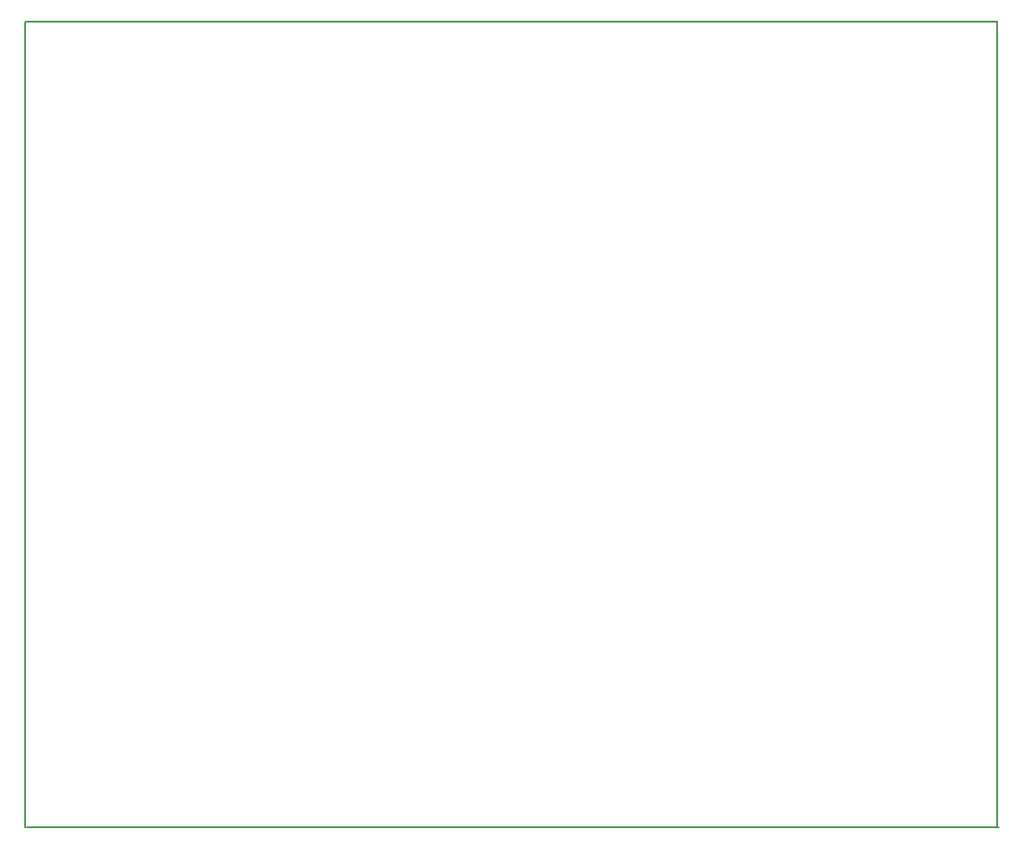
<source format=gbr>
G04 #@! TF.GenerationSoftware,KiCad,Pcbnew,(5.0.2)-1*
G04 #@! TF.CreationDate,2019-04-15T21:52:42-04:00*
G04 #@! TF.ProjectId,gomagottcha,676f6d61-676f-4747-9463-68612e6b6963,rev?*
G04 #@! TF.SameCoordinates,Original*
G04 #@! TF.FileFunction,Profile,NP*
%FSLAX46Y46*%
G04 Gerber Fmt 4.6, Leading zero omitted, Abs format (unit mm)*
G04 Created by KiCad (PCBNEW (5.0.2)-1) date 4/15/2019 9:52:42 PM*
%MOMM*%
%LPD*%
G01*
G04 APERTURE LIST*
%ADD10C,0.150000*%
%ADD11C,0.200000*%
G04 APERTURE END LIST*
D10*
X37592000Y-92710000D02*
X132592000Y-92710000D01*
X132461000Y-92710000D02*
X132461000Y-13919200D01*
X37465000Y-13970000D02*
X37465000Y-92710000D01*
D11*
X37465000Y-13970000D02*
X132461000Y-13970000D01*
M02*

</source>
